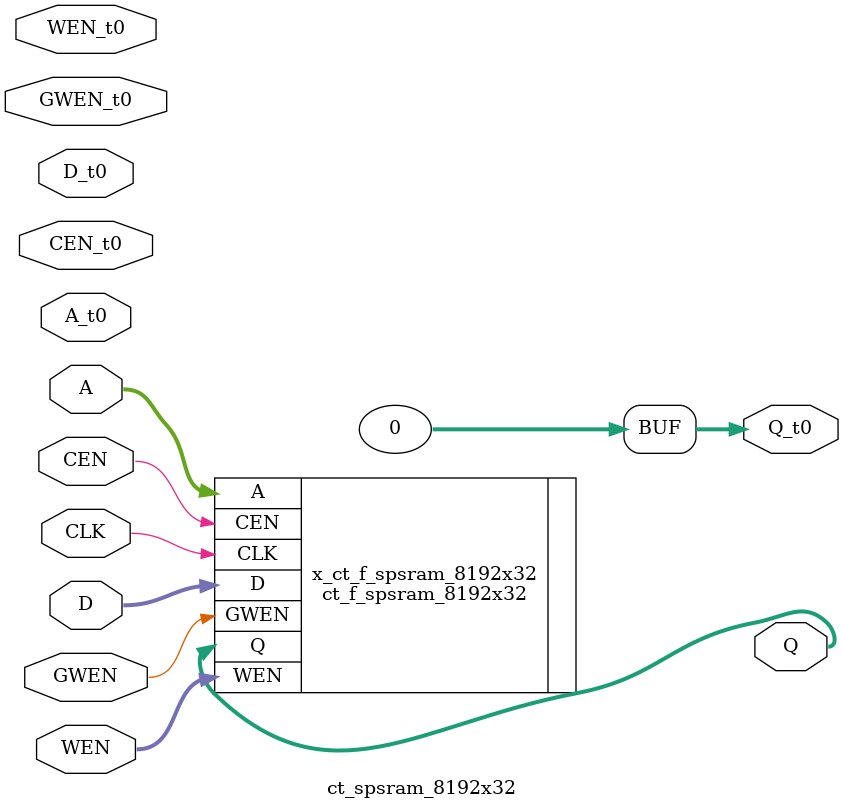
<source format=v>
/*Copyright 2019-2021 T-Head Semiconductor Co., Ltd.

Licensed under the Apache License, Version 2.0 (the "License");
you may not use this file except in compliance with the License.
You may obtain a copy of the License at

    http://www.apache.org/licenses/LICENSE-2.0

Unless required by applicable law or agreed to in writing, software
distributed under the License is distributed on an "AS IS" BASIS,
WITHOUT WARRANTIES OR CONDITIONS OF ANY KIND, either express or implied.
See the License for the specific language governing permissions and
limitations under the License.
*/

// &ModuleBeg; @22
module ct_spsram_8192x32(
A,
A_t0,
CEN,
CEN_t0,
CLK,
D,
D_t0,
GWEN,
GWEN_t0,
Q,
Q_t0,
WEN,
WEN_t0
);

input   [12:0]  A_t0;   
input           CEN_t0; 
input   [31:0]  D_t0;   
input           GWEN_t0; 
output  [31:0]  Q_t0;   
input   [31:0]  WEN_t0; 
wire    [12:0]  A_t0;   
wire            CEN_t0; 
wire    [31:0]  D_t0;   
wire            GWEN_t0; 
wire    [31:0]  Q_t0;   
wire    [31:0]  WEN_t0; 
assign Q_t0 = '0;

// &Ports; @23
input   [12:0]  A;   
input           CEN; 
input           CLK; 
input   [31:0]  D;   
input           GWEN; 
input   [31:0]  WEN; 
output  [31:0]  Q;   

// &Regs; @24

// &Wires; @25
wire    [12:0]  A;   
wire            CEN; 
wire            CLK; 
wire    [31:0]  D;   
wire            GWEN; 
wire    [31:0]  Q;   
wire    [31:0]  WEN; 


//**********************************************************
//                  Parameter Definition
//**********************************************************
parameter ADDR_WIDTH = 13;
parameter DATA_WIDTH = 32;
parameter WE_WIDTH   = 32;

// &Force("bus","Q",DATA_WIDTH-1,0); @34
// &Force("bus","WEN",WE_WIDTH-1,0); @35
// &Force("bus","A",ADDR_WIDTH-1,0); @36
// &Force("bus","D",DATA_WIDTH-1,0); @37

  //********************************************************
  //*                        FPGA memory                   *
  //********************************************************
  //{WEN[31:24],WEN[23:16],WEN[15:8],WEN[7:0]}
//   &Instance("ct_f_spsram_8192x32"); @44
ct_f_spsram_8192x32  x_ct_f_spsram_8192x32 (
  .A    (A   ),
  .CEN  (CEN ),
  .CLK  (CLK ),
  .D    (D   ),
  .GWEN (GWEN),
  .Q    (Q   ),
  .WEN  (WEN )
);

//   &Instance("ct_tsmc_spsram_1024x32"); @50

// &ModuleEnd; @66
endmodule



</source>
